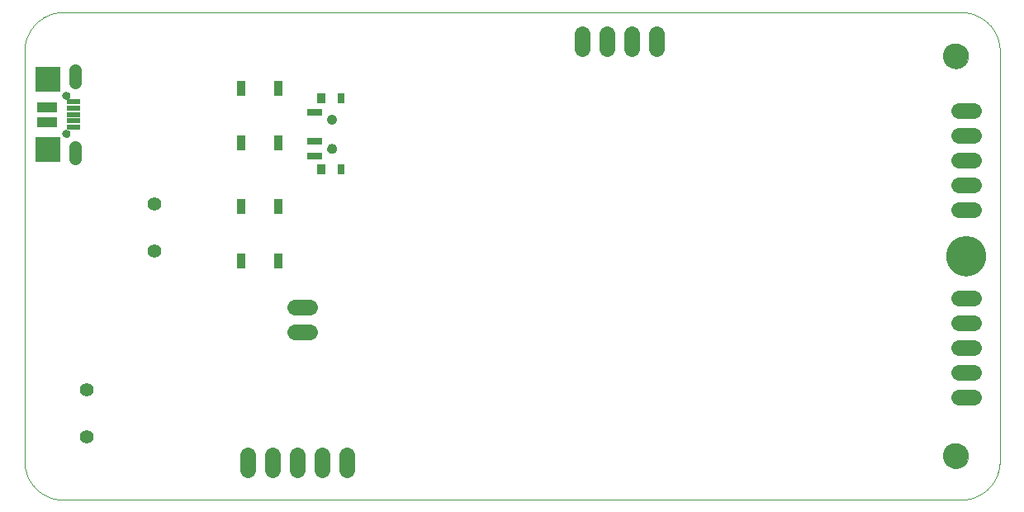
<source format=gbs>
G75*
%MOIN*%
%OFA0B0*%
%FSLAX25Y25*%
%IPPOS*%
%LPD*%
%AMOC8*
5,1,8,0,0,1.08239X$1,22.5*
%
%ADD10C,0.00000*%
%ADD11C,0.16148*%
%ADD12C,0.05600*%
%ADD13R,0.03400X0.06400*%
%ADD14C,0.06400*%
%ADD15C,0.10243*%
%ADD16R,0.06306X0.03156*%
%ADD17R,0.02762X0.04337*%
%ADD18R,0.03550X0.04337*%
%ADD19C,0.03943*%
%ADD20C,0.03156*%
%ADD21R,0.10243X0.10243*%
%ADD22C,0.05156*%
%ADD23R,0.08274X0.04337*%
%ADD24R,0.05709X0.01969*%
D10*
X0020048Y0004300D02*
X0382253Y0004300D01*
X0382634Y0004305D01*
X0383014Y0004318D01*
X0383394Y0004341D01*
X0383773Y0004374D01*
X0384151Y0004415D01*
X0384528Y0004465D01*
X0384904Y0004525D01*
X0385279Y0004593D01*
X0385651Y0004671D01*
X0386022Y0004758D01*
X0386390Y0004853D01*
X0386756Y0004958D01*
X0387119Y0005071D01*
X0387480Y0005193D01*
X0387837Y0005323D01*
X0388191Y0005463D01*
X0388542Y0005610D01*
X0388889Y0005767D01*
X0389232Y0005931D01*
X0389571Y0006104D01*
X0389906Y0006285D01*
X0390237Y0006474D01*
X0390562Y0006671D01*
X0390883Y0006875D01*
X0391199Y0007088D01*
X0391509Y0007308D01*
X0391815Y0007535D01*
X0392114Y0007770D01*
X0392408Y0008012D01*
X0392696Y0008260D01*
X0392978Y0008516D01*
X0393253Y0008779D01*
X0393522Y0009048D01*
X0393785Y0009323D01*
X0394041Y0009605D01*
X0394289Y0009893D01*
X0394531Y0010187D01*
X0394766Y0010486D01*
X0394993Y0010792D01*
X0395213Y0011102D01*
X0395426Y0011418D01*
X0395630Y0011739D01*
X0395827Y0012064D01*
X0396016Y0012395D01*
X0396197Y0012730D01*
X0396370Y0013069D01*
X0396534Y0013412D01*
X0396691Y0013759D01*
X0396838Y0014110D01*
X0396978Y0014464D01*
X0397108Y0014821D01*
X0397230Y0015182D01*
X0397343Y0015545D01*
X0397448Y0015911D01*
X0397543Y0016279D01*
X0397630Y0016650D01*
X0397708Y0017022D01*
X0397776Y0017397D01*
X0397836Y0017773D01*
X0397886Y0018150D01*
X0397927Y0018528D01*
X0397960Y0018907D01*
X0397983Y0019287D01*
X0397996Y0019667D01*
X0398001Y0020048D01*
X0398001Y0185402D01*
X0397996Y0185783D01*
X0397983Y0186163D01*
X0397960Y0186543D01*
X0397927Y0186922D01*
X0397886Y0187300D01*
X0397836Y0187677D01*
X0397776Y0188053D01*
X0397708Y0188428D01*
X0397630Y0188800D01*
X0397543Y0189171D01*
X0397448Y0189539D01*
X0397343Y0189905D01*
X0397230Y0190268D01*
X0397108Y0190629D01*
X0396978Y0190986D01*
X0396838Y0191340D01*
X0396691Y0191691D01*
X0396534Y0192038D01*
X0396370Y0192381D01*
X0396197Y0192720D01*
X0396016Y0193055D01*
X0395827Y0193386D01*
X0395630Y0193711D01*
X0395426Y0194032D01*
X0395213Y0194348D01*
X0394993Y0194658D01*
X0394766Y0194964D01*
X0394531Y0195263D01*
X0394289Y0195557D01*
X0394041Y0195845D01*
X0393785Y0196127D01*
X0393522Y0196402D01*
X0393253Y0196671D01*
X0392978Y0196934D01*
X0392696Y0197190D01*
X0392408Y0197438D01*
X0392114Y0197680D01*
X0391815Y0197915D01*
X0391509Y0198142D01*
X0391199Y0198362D01*
X0390883Y0198575D01*
X0390562Y0198779D01*
X0390237Y0198976D01*
X0389906Y0199165D01*
X0389571Y0199346D01*
X0389232Y0199519D01*
X0388889Y0199683D01*
X0388542Y0199840D01*
X0388191Y0199987D01*
X0387837Y0200127D01*
X0387480Y0200257D01*
X0387119Y0200379D01*
X0386756Y0200492D01*
X0386390Y0200597D01*
X0386022Y0200692D01*
X0385651Y0200779D01*
X0385279Y0200857D01*
X0384904Y0200925D01*
X0384528Y0200985D01*
X0384151Y0201035D01*
X0383773Y0201076D01*
X0383394Y0201109D01*
X0383014Y0201132D01*
X0382634Y0201145D01*
X0382253Y0201150D01*
X0020048Y0201150D01*
X0019662Y0201145D01*
X0019275Y0201131D01*
X0018890Y0201107D01*
X0018504Y0201074D01*
X0018120Y0201032D01*
X0017737Y0200980D01*
X0017356Y0200918D01*
X0016976Y0200847D01*
X0016598Y0200767D01*
X0016222Y0200678D01*
X0015848Y0200580D01*
X0015477Y0200472D01*
X0015108Y0200355D01*
X0014743Y0200229D01*
X0014380Y0200095D01*
X0014022Y0199951D01*
X0013666Y0199799D01*
X0013315Y0199638D01*
X0012968Y0199468D01*
X0012624Y0199290D01*
X0012286Y0199104D01*
X0011952Y0198910D01*
X0011623Y0198707D01*
X0011299Y0198496D01*
X0010980Y0198277D01*
X0010667Y0198051D01*
X0010359Y0197817D01*
X0010058Y0197575D01*
X0009762Y0197327D01*
X0009472Y0197070D01*
X0009189Y0196807D01*
X0008912Y0196538D01*
X0008643Y0196261D01*
X0008380Y0195978D01*
X0008123Y0195688D01*
X0007875Y0195392D01*
X0007633Y0195091D01*
X0007399Y0194783D01*
X0007173Y0194470D01*
X0006954Y0194151D01*
X0006743Y0193827D01*
X0006540Y0193498D01*
X0006346Y0193164D01*
X0006160Y0192826D01*
X0005982Y0192482D01*
X0005812Y0192135D01*
X0005651Y0191784D01*
X0005499Y0191428D01*
X0005355Y0191070D01*
X0005221Y0190707D01*
X0005095Y0190342D01*
X0004978Y0189973D01*
X0004870Y0189602D01*
X0004772Y0189228D01*
X0004683Y0188852D01*
X0004603Y0188474D01*
X0004532Y0188094D01*
X0004470Y0187713D01*
X0004418Y0187330D01*
X0004376Y0186946D01*
X0004343Y0186560D01*
X0004319Y0186175D01*
X0004305Y0185788D01*
X0004300Y0185402D01*
X0004300Y0020048D01*
X0004305Y0019667D01*
X0004318Y0019287D01*
X0004341Y0018907D01*
X0004374Y0018528D01*
X0004415Y0018150D01*
X0004465Y0017773D01*
X0004525Y0017397D01*
X0004593Y0017022D01*
X0004671Y0016650D01*
X0004758Y0016279D01*
X0004853Y0015911D01*
X0004958Y0015545D01*
X0005071Y0015182D01*
X0005193Y0014821D01*
X0005323Y0014464D01*
X0005463Y0014110D01*
X0005610Y0013759D01*
X0005767Y0013412D01*
X0005931Y0013069D01*
X0006104Y0012730D01*
X0006285Y0012395D01*
X0006474Y0012064D01*
X0006671Y0011739D01*
X0006875Y0011418D01*
X0007088Y0011102D01*
X0007308Y0010792D01*
X0007535Y0010486D01*
X0007770Y0010187D01*
X0008012Y0009893D01*
X0008260Y0009605D01*
X0008516Y0009323D01*
X0008779Y0009048D01*
X0009048Y0008779D01*
X0009323Y0008516D01*
X0009605Y0008260D01*
X0009893Y0008012D01*
X0010187Y0007770D01*
X0010486Y0007535D01*
X0010792Y0007308D01*
X0011102Y0007088D01*
X0011418Y0006875D01*
X0011739Y0006671D01*
X0012064Y0006474D01*
X0012395Y0006285D01*
X0012730Y0006104D01*
X0013069Y0005931D01*
X0013412Y0005767D01*
X0013759Y0005610D01*
X0014110Y0005463D01*
X0014464Y0005323D01*
X0014821Y0005193D01*
X0015182Y0005071D01*
X0015545Y0004958D01*
X0015911Y0004853D01*
X0016279Y0004758D01*
X0016650Y0004671D01*
X0017022Y0004593D01*
X0017397Y0004525D01*
X0017773Y0004465D01*
X0018150Y0004415D01*
X0018528Y0004374D01*
X0018907Y0004341D01*
X0019287Y0004318D01*
X0019667Y0004305D01*
X0020048Y0004300D01*
X0014930Y0144457D02*
X0012568Y0144457D01*
X0012502Y0144465D01*
X0012438Y0144477D01*
X0012374Y0144493D01*
X0012311Y0144512D01*
X0012250Y0144536D01*
X0012190Y0144563D01*
X0012132Y0144593D01*
X0012076Y0144627D01*
X0012022Y0144664D01*
X0011970Y0144705D01*
X0011921Y0144749D01*
X0011874Y0144795D01*
X0011831Y0144844D01*
X0011790Y0144896D01*
X0011753Y0144950D01*
X0011719Y0145006D01*
X0011689Y0145064D01*
X0011662Y0145124D01*
X0011638Y0145185D01*
X0011619Y0145248D01*
X0011603Y0145312D01*
X0011591Y0145376D01*
X0011583Y0145442D01*
X0011579Y0145507D01*
X0011579Y0145573D01*
X0011583Y0145638D01*
X0011583Y0145639D02*
X0011579Y0145704D01*
X0011579Y0145770D01*
X0011583Y0145835D01*
X0011591Y0145901D01*
X0011603Y0145965D01*
X0011619Y0146029D01*
X0011638Y0146092D01*
X0011662Y0146153D01*
X0011689Y0146213D01*
X0011719Y0146271D01*
X0011753Y0146327D01*
X0011790Y0146381D01*
X0011831Y0146433D01*
X0011874Y0146482D01*
X0011921Y0146528D01*
X0011970Y0146572D01*
X0012022Y0146613D01*
X0012076Y0146650D01*
X0012132Y0146684D01*
X0012190Y0146714D01*
X0012250Y0146741D01*
X0012311Y0146765D01*
X0012374Y0146784D01*
X0012438Y0146800D01*
X0012502Y0146812D01*
X0012568Y0146820D01*
X0014930Y0146820D01*
X0014929Y0146820D02*
X0014992Y0146812D01*
X0015054Y0146801D01*
X0015116Y0146786D01*
X0015176Y0146768D01*
X0015236Y0146746D01*
X0015294Y0146721D01*
X0015350Y0146692D01*
X0015405Y0146660D01*
X0015457Y0146625D01*
X0015508Y0146587D01*
X0015556Y0146547D01*
X0015602Y0146503D01*
X0015645Y0146457D01*
X0015686Y0146408D01*
X0015724Y0146357D01*
X0015758Y0146305D01*
X0015790Y0146250D01*
X0015818Y0146193D01*
X0015843Y0146135D01*
X0015864Y0146075D01*
X0015882Y0146015D01*
X0015896Y0145953D01*
X0015907Y0145891D01*
X0015914Y0145828D01*
X0015918Y0145765D01*
X0015917Y0145702D01*
X0015914Y0145639D01*
X0015914Y0145638D02*
X0015917Y0145575D01*
X0015918Y0145512D01*
X0015914Y0145449D01*
X0015907Y0145386D01*
X0015896Y0145324D01*
X0015882Y0145262D01*
X0015864Y0145202D01*
X0015843Y0145142D01*
X0015818Y0145084D01*
X0015790Y0145027D01*
X0015758Y0144972D01*
X0015724Y0144920D01*
X0015686Y0144869D01*
X0015645Y0144820D01*
X0015602Y0144774D01*
X0015556Y0144730D01*
X0015508Y0144690D01*
X0015457Y0144652D01*
X0015405Y0144617D01*
X0015350Y0144585D01*
X0015294Y0144556D01*
X0015236Y0144531D01*
X0015176Y0144509D01*
X0015116Y0144491D01*
X0015054Y0144476D01*
X0014992Y0144465D01*
X0014929Y0144457D01*
X0019851Y0152135D02*
X0019853Y0152209D01*
X0019859Y0152283D01*
X0019869Y0152356D01*
X0019883Y0152429D01*
X0019900Y0152501D01*
X0019922Y0152571D01*
X0019947Y0152641D01*
X0019976Y0152709D01*
X0020009Y0152775D01*
X0020045Y0152840D01*
X0020085Y0152902D01*
X0020127Y0152963D01*
X0020173Y0153021D01*
X0020222Y0153076D01*
X0020274Y0153129D01*
X0020329Y0153179D01*
X0020386Y0153225D01*
X0020446Y0153269D01*
X0020508Y0153309D01*
X0020572Y0153346D01*
X0020638Y0153380D01*
X0020706Y0153410D01*
X0020775Y0153436D01*
X0020846Y0153459D01*
X0020917Y0153477D01*
X0020990Y0153492D01*
X0021063Y0153503D01*
X0021137Y0153510D01*
X0021211Y0153513D01*
X0021284Y0153512D01*
X0021358Y0153507D01*
X0021432Y0153498D01*
X0021505Y0153485D01*
X0021577Y0153468D01*
X0021648Y0153448D01*
X0021718Y0153423D01*
X0021786Y0153395D01*
X0021853Y0153364D01*
X0021918Y0153328D01*
X0021981Y0153290D01*
X0022042Y0153248D01*
X0022101Y0153202D01*
X0022157Y0153154D01*
X0022210Y0153103D01*
X0022260Y0153049D01*
X0022308Y0152992D01*
X0022352Y0152933D01*
X0022394Y0152871D01*
X0022432Y0152808D01*
X0022466Y0152742D01*
X0022497Y0152675D01*
X0022524Y0152606D01*
X0022547Y0152536D01*
X0022567Y0152465D01*
X0022583Y0152392D01*
X0022595Y0152319D01*
X0022603Y0152246D01*
X0022607Y0152172D01*
X0022607Y0152098D01*
X0022603Y0152024D01*
X0022595Y0151951D01*
X0022583Y0151878D01*
X0022567Y0151805D01*
X0022547Y0151734D01*
X0022524Y0151664D01*
X0022497Y0151595D01*
X0022466Y0151528D01*
X0022432Y0151462D01*
X0022394Y0151399D01*
X0022352Y0151337D01*
X0022308Y0151278D01*
X0022260Y0151221D01*
X0022210Y0151167D01*
X0022157Y0151116D01*
X0022101Y0151068D01*
X0022042Y0151022D01*
X0021981Y0150980D01*
X0021918Y0150942D01*
X0021853Y0150906D01*
X0021786Y0150875D01*
X0021718Y0150847D01*
X0021648Y0150822D01*
X0021577Y0150802D01*
X0021505Y0150785D01*
X0021432Y0150772D01*
X0021358Y0150763D01*
X0021284Y0150758D01*
X0021211Y0150757D01*
X0021137Y0150760D01*
X0021063Y0150767D01*
X0020990Y0150778D01*
X0020917Y0150793D01*
X0020846Y0150811D01*
X0020775Y0150834D01*
X0020706Y0150860D01*
X0020638Y0150890D01*
X0020572Y0150924D01*
X0020508Y0150961D01*
X0020446Y0151001D01*
X0020386Y0151045D01*
X0020329Y0151091D01*
X0020274Y0151141D01*
X0020222Y0151194D01*
X0020173Y0151249D01*
X0020127Y0151307D01*
X0020085Y0151368D01*
X0020045Y0151430D01*
X0020009Y0151495D01*
X0019976Y0151561D01*
X0019947Y0151629D01*
X0019922Y0151699D01*
X0019900Y0151769D01*
X0019883Y0151841D01*
X0019869Y0151914D01*
X0019859Y0151987D01*
X0019853Y0152061D01*
X0019851Y0152135D01*
X0019851Y0167489D02*
X0019853Y0167563D01*
X0019859Y0167637D01*
X0019869Y0167710D01*
X0019883Y0167783D01*
X0019900Y0167855D01*
X0019922Y0167925D01*
X0019947Y0167995D01*
X0019976Y0168063D01*
X0020009Y0168129D01*
X0020045Y0168194D01*
X0020085Y0168256D01*
X0020127Y0168317D01*
X0020173Y0168375D01*
X0020222Y0168430D01*
X0020274Y0168483D01*
X0020329Y0168533D01*
X0020386Y0168579D01*
X0020446Y0168623D01*
X0020508Y0168663D01*
X0020572Y0168700D01*
X0020638Y0168734D01*
X0020706Y0168764D01*
X0020775Y0168790D01*
X0020846Y0168813D01*
X0020917Y0168831D01*
X0020990Y0168846D01*
X0021063Y0168857D01*
X0021137Y0168864D01*
X0021211Y0168867D01*
X0021284Y0168866D01*
X0021358Y0168861D01*
X0021432Y0168852D01*
X0021505Y0168839D01*
X0021577Y0168822D01*
X0021648Y0168802D01*
X0021718Y0168777D01*
X0021786Y0168749D01*
X0021853Y0168718D01*
X0021918Y0168682D01*
X0021981Y0168644D01*
X0022042Y0168602D01*
X0022101Y0168556D01*
X0022157Y0168508D01*
X0022210Y0168457D01*
X0022260Y0168403D01*
X0022308Y0168346D01*
X0022352Y0168287D01*
X0022394Y0168225D01*
X0022432Y0168162D01*
X0022466Y0168096D01*
X0022497Y0168029D01*
X0022524Y0167960D01*
X0022547Y0167890D01*
X0022567Y0167819D01*
X0022583Y0167746D01*
X0022595Y0167673D01*
X0022603Y0167600D01*
X0022607Y0167526D01*
X0022607Y0167452D01*
X0022603Y0167378D01*
X0022595Y0167305D01*
X0022583Y0167232D01*
X0022567Y0167159D01*
X0022547Y0167088D01*
X0022524Y0167018D01*
X0022497Y0166949D01*
X0022466Y0166882D01*
X0022432Y0166816D01*
X0022394Y0166753D01*
X0022352Y0166691D01*
X0022308Y0166632D01*
X0022260Y0166575D01*
X0022210Y0166521D01*
X0022157Y0166470D01*
X0022101Y0166422D01*
X0022042Y0166376D01*
X0021981Y0166334D01*
X0021918Y0166296D01*
X0021853Y0166260D01*
X0021786Y0166229D01*
X0021718Y0166201D01*
X0021648Y0166176D01*
X0021577Y0166156D01*
X0021505Y0166139D01*
X0021432Y0166126D01*
X0021358Y0166117D01*
X0021284Y0166112D01*
X0021211Y0166111D01*
X0021137Y0166114D01*
X0021063Y0166121D01*
X0020990Y0166132D01*
X0020917Y0166147D01*
X0020846Y0166165D01*
X0020775Y0166188D01*
X0020706Y0166214D01*
X0020638Y0166244D01*
X0020572Y0166278D01*
X0020508Y0166315D01*
X0020446Y0166355D01*
X0020386Y0166399D01*
X0020329Y0166445D01*
X0020274Y0166495D01*
X0020222Y0166548D01*
X0020173Y0166603D01*
X0020127Y0166661D01*
X0020085Y0166722D01*
X0020045Y0166784D01*
X0020009Y0166849D01*
X0019976Y0166915D01*
X0019947Y0166983D01*
X0019922Y0167053D01*
X0019900Y0167123D01*
X0019883Y0167195D01*
X0019869Y0167268D01*
X0019859Y0167341D01*
X0019853Y0167415D01*
X0019851Y0167489D01*
X0014930Y0172804D02*
X0012568Y0172804D01*
X0012502Y0172812D01*
X0012438Y0172824D01*
X0012374Y0172840D01*
X0012311Y0172859D01*
X0012250Y0172883D01*
X0012190Y0172910D01*
X0012132Y0172940D01*
X0012076Y0172974D01*
X0012022Y0173011D01*
X0011970Y0173052D01*
X0011921Y0173096D01*
X0011874Y0173142D01*
X0011831Y0173191D01*
X0011790Y0173243D01*
X0011753Y0173297D01*
X0011719Y0173353D01*
X0011689Y0173411D01*
X0011662Y0173471D01*
X0011638Y0173532D01*
X0011619Y0173595D01*
X0011603Y0173659D01*
X0011591Y0173723D01*
X0011583Y0173789D01*
X0011579Y0173854D01*
X0011579Y0173920D01*
X0011583Y0173985D01*
X0011579Y0174050D01*
X0011579Y0174116D01*
X0011583Y0174181D01*
X0011591Y0174247D01*
X0011603Y0174311D01*
X0011619Y0174375D01*
X0011638Y0174438D01*
X0011662Y0174499D01*
X0011689Y0174559D01*
X0011719Y0174617D01*
X0011753Y0174673D01*
X0011790Y0174727D01*
X0011831Y0174779D01*
X0011874Y0174828D01*
X0011921Y0174874D01*
X0011970Y0174918D01*
X0012022Y0174959D01*
X0012076Y0174996D01*
X0012132Y0175030D01*
X0012190Y0175060D01*
X0012250Y0175087D01*
X0012311Y0175111D01*
X0012374Y0175130D01*
X0012438Y0175146D01*
X0012502Y0175158D01*
X0012568Y0175166D01*
X0014930Y0175166D01*
X0014929Y0175166D02*
X0014992Y0175158D01*
X0015054Y0175147D01*
X0015116Y0175132D01*
X0015176Y0175114D01*
X0015236Y0175092D01*
X0015294Y0175067D01*
X0015350Y0175038D01*
X0015405Y0175006D01*
X0015457Y0174971D01*
X0015508Y0174933D01*
X0015556Y0174893D01*
X0015602Y0174849D01*
X0015645Y0174803D01*
X0015686Y0174754D01*
X0015724Y0174703D01*
X0015758Y0174651D01*
X0015790Y0174596D01*
X0015818Y0174539D01*
X0015843Y0174481D01*
X0015864Y0174421D01*
X0015882Y0174361D01*
X0015896Y0174299D01*
X0015907Y0174237D01*
X0015914Y0174174D01*
X0015918Y0174111D01*
X0015917Y0174048D01*
X0015914Y0173985D01*
X0015917Y0173922D01*
X0015918Y0173859D01*
X0015914Y0173796D01*
X0015907Y0173733D01*
X0015896Y0173671D01*
X0015882Y0173609D01*
X0015864Y0173549D01*
X0015843Y0173489D01*
X0015818Y0173431D01*
X0015790Y0173374D01*
X0015758Y0173319D01*
X0015724Y0173267D01*
X0015686Y0173216D01*
X0015645Y0173167D01*
X0015602Y0173121D01*
X0015556Y0173077D01*
X0015508Y0173037D01*
X0015457Y0172999D01*
X0015405Y0172964D01*
X0015350Y0172932D01*
X0015294Y0172903D01*
X0015236Y0172878D01*
X0015176Y0172856D01*
X0015116Y0172838D01*
X0015054Y0172823D01*
X0014992Y0172812D01*
X0014929Y0172804D01*
X0126544Y0157843D02*
X0126546Y0157927D01*
X0126552Y0158010D01*
X0126562Y0158093D01*
X0126576Y0158176D01*
X0126593Y0158258D01*
X0126615Y0158339D01*
X0126640Y0158418D01*
X0126669Y0158497D01*
X0126702Y0158574D01*
X0126738Y0158649D01*
X0126778Y0158723D01*
X0126821Y0158795D01*
X0126868Y0158864D01*
X0126918Y0158931D01*
X0126971Y0158996D01*
X0127027Y0159058D01*
X0127085Y0159118D01*
X0127147Y0159175D01*
X0127211Y0159228D01*
X0127278Y0159279D01*
X0127347Y0159326D01*
X0127418Y0159371D01*
X0127491Y0159411D01*
X0127566Y0159448D01*
X0127643Y0159482D01*
X0127721Y0159512D01*
X0127800Y0159538D01*
X0127881Y0159561D01*
X0127963Y0159579D01*
X0128045Y0159594D01*
X0128128Y0159605D01*
X0128211Y0159612D01*
X0128295Y0159615D01*
X0128379Y0159614D01*
X0128462Y0159609D01*
X0128546Y0159600D01*
X0128628Y0159587D01*
X0128710Y0159571D01*
X0128791Y0159550D01*
X0128872Y0159526D01*
X0128950Y0159498D01*
X0129028Y0159466D01*
X0129104Y0159430D01*
X0129178Y0159391D01*
X0129250Y0159349D01*
X0129320Y0159303D01*
X0129388Y0159254D01*
X0129453Y0159202D01*
X0129516Y0159147D01*
X0129576Y0159089D01*
X0129634Y0159028D01*
X0129688Y0158964D01*
X0129740Y0158898D01*
X0129788Y0158830D01*
X0129833Y0158759D01*
X0129874Y0158686D01*
X0129913Y0158612D01*
X0129947Y0158536D01*
X0129978Y0158458D01*
X0130005Y0158379D01*
X0130029Y0158298D01*
X0130048Y0158217D01*
X0130064Y0158135D01*
X0130076Y0158052D01*
X0130084Y0157968D01*
X0130088Y0157885D01*
X0130088Y0157801D01*
X0130084Y0157718D01*
X0130076Y0157634D01*
X0130064Y0157551D01*
X0130048Y0157469D01*
X0130029Y0157388D01*
X0130005Y0157307D01*
X0129978Y0157228D01*
X0129947Y0157150D01*
X0129913Y0157074D01*
X0129874Y0157000D01*
X0129833Y0156927D01*
X0129788Y0156856D01*
X0129740Y0156788D01*
X0129688Y0156722D01*
X0129634Y0156658D01*
X0129576Y0156597D01*
X0129516Y0156539D01*
X0129453Y0156484D01*
X0129388Y0156432D01*
X0129320Y0156383D01*
X0129250Y0156337D01*
X0129178Y0156295D01*
X0129104Y0156256D01*
X0129028Y0156220D01*
X0128950Y0156188D01*
X0128872Y0156160D01*
X0128791Y0156136D01*
X0128710Y0156115D01*
X0128628Y0156099D01*
X0128546Y0156086D01*
X0128462Y0156077D01*
X0128379Y0156072D01*
X0128295Y0156071D01*
X0128211Y0156074D01*
X0128128Y0156081D01*
X0128045Y0156092D01*
X0127963Y0156107D01*
X0127881Y0156125D01*
X0127800Y0156148D01*
X0127721Y0156174D01*
X0127643Y0156204D01*
X0127566Y0156238D01*
X0127491Y0156275D01*
X0127418Y0156315D01*
X0127347Y0156360D01*
X0127278Y0156407D01*
X0127211Y0156458D01*
X0127147Y0156511D01*
X0127085Y0156568D01*
X0127027Y0156628D01*
X0126971Y0156690D01*
X0126918Y0156755D01*
X0126868Y0156822D01*
X0126821Y0156891D01*
X0126778Y0156963D01*
X0126738Y0157037D01*
X0126702Y0157112D01*
X0126669Y0157189D01*
X0126640Y0157268D01*
X0126615Y0157347D01*
X0126593Y0157428D01*
X0126576Y0157510D01*
X0126562Y0157593D01*
X0126552Y0157676D01*
X0126546Y0157759D01*
X0126544Y0157843D01*
X0126544Y0146032D02*
X0126546Y0146116D01*
X0126552Y0146199D01*
X0126562Y0146282D01*
X0126576Y0146365D01*
X0126593Y0146447D01*
X0126615Y0146528D01*
X0126640Y0146607D01*
X0126669Y0146686D01*
X0126702Y0146763D01*
X0126738Y0146838D01*
X0126778Y0146912D01*
X0126821Y0146984D01*
X0126868Y0147053D01*
X0126918Y0147120D01*
X0126971Y0147185D01*
X0127027Y0147247D01*
X0127085Y0147307D01*
X0127147Y0147364D01*
X0127211Y0147417D01*
X0127278Y0147468D01*
X0127347Y0147515D01*
X0127418Y0147560D01*
X0127491Y0147600D01*
X0127566Y0147637D01*
X0127643Y0147671D01*
X0127721Y0147701D01*
X0127800Y0147727D01*
X0127881Y0147750D01*
X0127963Y0147768D01*
X0128045Y0147783D01*
X0128128Y0147794D01*
X0128211Y0147801D01*
X0128295Y0147804D01*
X0128379Y0147803D01*
X0128462Y0147798D01*
X0128546Y0147789D01*
X0128628Y0147776D01*
X0128710Y0147760D01*
X0128791Y0147739D01*
X0128872Y0147715D01*
X0128950Y0147687D01*
X0129028Y0147655D01*
X0129104Y0147619D01*
X0129178Y0147580D01*
X0129250Y0147538D01*
X0129320Y0147492D01*
X0129388Y0147443D01*
X0129453Y0147391D01*
X0129516Y0147336D01*
X0129576Y0147278D01*
X0129634Y0147217D01*
X0129688Y0147153D01*
X0129740Y0147087D01*
X0129788Y0147019D01*
X0129833Y0146948D01*
X0129874Y0146875D01*
X0129913Y0146801D01*
X0129947Y0146725D01*
X0129978Y0146647D01*
X0130005Y0146568D01*
X0130029Y0146487D01*
X0130048Y0146406D01*
X0130064Y0146324D01*
X0130076Y0146241D01*
X0130084Y0146157D01*
X0130088Y0146074D01*
X0130088Y0145990D01*
X0130084Y0145907D01*
X0130076Y0145823D01*
X0130064Y0145740D01*
X0130048Y0145658D01*
X0130029Y0145577D01*
X0130005Y0145496D01*
X0129978Y0145417D01*
X0129947Y0145339D01*
X0129913Y0145263D01*
X0129874Y0145189D01*
X0129833Y0145116D01*
X0129788Y0145045D01*
X0129740Y0144977D01*
X0129688Y0144911D01*
X0129634Y0144847D01*
X0129576Y0144786D01*
X0129516Y0144728D01*
X0129453Y0144673D01*
X0129388Y0144621D01*
X0129320Y0144572D01*
X0129250Y0144526D01*
X0129178Y0144484D01*
X0129104Y0144445D01*
X0129028Y0144409D01*
X0128950Y0144377D01*
X0128872Y0144349D01*
X0128791Y0144325D01*
X0128710Y0144304D01*
X0128628Y0144288D01*
X0128546Y0144275D01*
X0128462Y0144266D01*
X0128379Y0144261D01*
X0128295Y0144260D01*
X0128211Y0144263D01*
X0128128Y0144270D01*
X0128045Y0144281D01*
X0127963Y0144296D01*
X0127881Y0144314D01*
X0127800Y0144337D01*
X0127721Y0144363D01*
X0127643Y0144393D01*
X0127566Y0144427D01*
X0127491Y0144464D01*
X0127418Y0144504D01*
X0127347Y0144549D01*
X0127278Y0144596D01*
X0127211Y0144647D01*
X0127147Y0144700D01*
X0127085Y0144757D01*
X0127027Y0144817D01*
X0126971Y0144879D01*
X0126918Y0144944D01*
X0126868Y0145011D01*
X0126821Y0145080D01*
X0126778Y0145152D01*
X0126738Y0145226D01*
X0126702Y0145301D01*
X0126669Y0145378D01*
X0126640Y0145457D01*
X0126615Y0145536D01*
X0126593Y0145617D01*
X0126576Y0145699D01*
X0126562Y0145782D01*
X0126552Y0145865D01*
X0126546Y0145948D01*
X0126544Y0146032D01*
X0375363Y0183434D02*
X0375365Y0183574D01*
X0375371Y0183714D01*
X0375381Y0183853D01*
X0375395Y0183992D01*
X0375413Y0184131D01*
X0375434Y0184269D01*
X0375460Y0184407D01*
X0375490Y0184544D01*
X0375523Y0184679D01*
X0375561Y0184814D01*
X0375602Y0184948D01*
X0375647Y0185081D01*
X0375695Y0185212D01*
X0375748Y0185341D01*
X0375804Y0185470D01*
X0375863Y0185596D01*
X0375927Y0185721D01*
X0375993Y0185844D01*
X0376064Y0185965D01*
X0376137Y0186084D01*
X0376214Y0186201D01*
X0376295Y0186315D01*
X0376378Y0186427D01*
X0376465Y0186537D01*
X0376555Y0186645D01*
X0376647Y0186749D01*
X0376743Y0186851D01*
X0376842Y0186951D01*
X0376943Y0187047D01*
X0377047Y0187141D01*
X0377154Y0187231D01*
X0377263Y0187318D01*
X0377375Y0187403D01*
X0377489Y0187484D01*
X0377605Y0187562D01*
X0377723Y0187636D01*
X0377844Y0187707D01*
X0377966Y0187775D01*
X0378091Y0187839D01*
X0378217Y0187900D01*
X0378344Y0187957D01*
X0378474Y0188010D01*
X0378605Y0188060D01*
X0378737Y0188105D01*
X0378870Y0188148D01*
X0379005Y0188186D01*
X0379140Y0188220D01*
X0379277Y0188251D01*
X0379414Y0188278D01*
X0379552Y0188300D01*
X0379691Y0188319D01*
X0379830Y0188334D01*
X0379969Y0188345D01*
X0380109Y0188352D01*
X0380249Y0188355D01*
X0380389Y0188354D01*
X0380529Y0188349D01*
X0380668Y0188340D01*
X0380808Y0188327D01*
X0380947Y0188310D01*
X0381085Y0188289D01*
X0381223Y0188265D01*
X0381360Y0188236D01*
X0381496Y0188204D01*
X0381631Y0188167D01*
X0381765Y0188127D01*
X0381898Y0188083D01*
X0382029Y0188035D01*
X0382159Y0187984D01*
X0382288Y0187929D01*
X0382415Y0187870D01*
X0382540Y0187807D01*
X0382663Y0187742D01*
X0382785Y0187672D01*
X0382904Y0187599D01*
X0383022Y0187523D01*
X0383137Y0187444D01*
X0383250Y0187361D01*
X0383360Y0187275D01*
X0383468Y0187186D01*
X0383573Y0187094D01*
X0383676Y0186999D01*
X0383776Y0186901D01*
X0383873Y0186801D01*
X0383967Y0186697D01*
X0384059Y0186591D01*
X0384147Y0186483D01*
X0384232Y0186372D01*
X0384314Y0186258D01*
X0384393Y0186142D01*
X0384468Y0186025D01*
X0384540Y0185905D01*
X0384608Y0185783D01*
X0384673Y0185659D01*
X0384735Y0185533D01*
X0384793Y0185406D01*
X0384847Y0185277D01*
X0384898Y0185146D01*
X0384944Y0185014D01*
X0384987Y0184881D01*
X0385027Y0184747D01*
X0385062Y0184612D01*
X0385094Y0184475D01*
X0385121Y0184338D01*
X0385145Y0184200D01*
X0385165Y0184062D01*
X0385181Y0183923D01*
X0385193Y0183783D01*
X0385201Y0183644D01*
X0385205Y0183504D01*
X0385205Y0183364D01*
X0385201Y0183224D01*
X0385193Y0183085D01*
X0385181Y0182945D01*
X0385165Y0182806D01*
X0385145Y0182668D01*
X0385121Y0182530D01*
X0385094Y0182393D01*
X0385062Y0182256D01*
X0385027Y0182121D01*
X0384987Y0181987D01*
X0384944Y0181854D01*
X0384898Y0181722D01*
X0384847Y0181591D01*
X0384793Y0181462D01*
X0384735Y0181335D01*
X0384673Y0181209D01*
X0384608Y0181085D01*
X0384540Y0180963D01*
X0384468Y0180843D01*
X0384393Y0180726D01*
X0384314Y0180610D01*
X0384232Y0180496D01*
X0384147Y0180385D01*
X0384059Y0180277D01*
X0383967Y0180171D01*
X0383873Y0180067D01*
X0383776Y0179967D01*
X0383676Y0179869D01*
X0383573Y0179774D01*
X0383468Y0179682D01*
X0383360Y0179593D01*
X0383250Y0179507D01*
X0383137Y0179424D01*
X0383022Y0179345D01*
X0382904Y0179269D01*
X0382785Y0179196D01*
X0382663Y0179126D01*
X0382540Y0179061D01*
X0382415Y0178998D01*
X0382288Y0178939D01*
X0382159Y0178884D01*
X0382029Y0178833D01*
X0381898Y0178785D01*
X0381765Y0178741D01*
X0381631Y0178701D01*
X0381496Y0178664D01*
X0381360Y0178632D01*
X0381223Y0178603D01*
X0381085Y0178579D01*
X0380947Y0178558D01*
X0380808Y0178541D01*
X0380668Y0178528D01*
X0380529Y0178519D01*
X0380389Y0178514D01*
X0380249Y0178513D01*
X0380109Y0178516D01*
X0379969Y0178523D01*
X0379830Y0178534D01*
X0379691Y0178549D01*
X0379552Y0178568D01*
X0379414Y0178590D01*
X0379277Y0178617D01*
X0379140Y0178648D01*
X0379005Y0178682D01*
X0378870Y0178720D01*
X0378737Y0178763D01*
X0378605Y0178808D01*
X0378474Y0178858D01*
X0378344Y0178911D01*
X0378217Y0178968D01*
X0378091Y0179029D01*
X0377966Y0179093D01*
X0377844Y0179161D01*
X0377723Y0179232D01*
X0377605Y0179306D01*
X0377489Y0179384D01*
X0377375Y0179465D01*
X0377263Y0179550D01*
X0377154Y0179637D01*
X0377047Y0179727D01*
X0376943Y0179821D01*
X0376842Y0179917D01*
X0376743Y0180017D01*
X0376647Y0180119D01*
X0376555Y0180223D01*
X0376465Y0180331D01*
X0376378Y0180441D01*
X0376295Y0180553D01*
X0376214Y0180667D01*
X0376137Y0180784D01*
X0376064Y0180903D01*
X0375993Y0181024D01*
X0375927Y0181147D01*
X0375863Y0181272D01*
X0375804Y0181398D01*
X0375748Y0181527D01*
X0375695Y0181656D01*
X0375647Y0181787D01*
X0375602Y0181920D01*
X0375561Y0182054D01*
X0375523Y0182189D01*
X0375490Y0182324D01*
X0375460Y0182461D01*
X0375434Y0182599D01*
X0375413Y0182737D01*
X0375395Y0182876D01*
X0375381Y0183015D01*
X0375371Y0183154D01*
X0375365Y0183294D01*
X0375363Y0183434D01*
X0376426Y0102725D02*
X0376428Y0102918D01*
X0376435Y0103111D01*
X0376447Y0103304D01*
X0376464Y0103497D01*
X0376485Y0103689D01*
X0376511Y0103880D01*
X0376542Y0104071D01*
X0376577Y0104261D01*
X0376617Y0104450D01*
X0376662Y0104638D01*
X0376711Y0104825D01*
X0376765Y0105011D01*
X0376823Y0105195D01*
X0376886Y0105378D01*
X0376954Y0105559D01*
X0377025Y0105738D01*
X0377102Y0105916D01*
X0377182Y0106092D01*
X0377267Y0106265D01*
X0377356Y0106437D01*
X0377449Y0106606D01*
X0377546Y0106773D01*
X0377648Y0106938D01*
X0377753Y0107100D01*
X0377862Y0107259D01*
X0377976Y0107416D01*
X0378093Y0107569D01*
X0378213Y0107720D01*
X0378338Y0107868D01*
X0378466Y0108013D01*
X0378597Y0108154D01*
X0378732Y0108293D01*
X0378871Y0108428D01*
X0379012Y0108559D01*
X0379157Y0108687D01*
X0379305Y0108812D01*
X0379456Y0108932D01*
X0379609Y0109049D01*
X0379766Y0109163D01*
X0379925Y0109272D01*
X0380087Y0109377D01*
X0380252Y0109479D01*
X0380419Y0109576D01*
X0380588Y0109669D01*
X0380760Y0109758D01*
X0380933Y0109843D01*
X0381109Y0109923D01*
X0381287Y0110000D01*
X0381466Y0110071D01*
X0381647Y0110139D01*
X0381830Y0110202D01*
X0382014Y0110260D01*
X0382200Y0110314D01*
X0382387Y0110363D01*
X0382575Y0110408D01*
X0382764Y0110448D01*
X0382954Y0110483D01*
X0383145Y0110514D01*
X0383336Y0110540D01*
X0383528Y0110561D01*
X0383721Y0110578D01*
X0383914Y0110590D01*
X0384107Y0110597D01*
X0384300Y0110599D01*
X0384493Y0110597D01*
X0384686Y0110590D01*
X0384879Y0110578D01*
X0385072Y0110561D01*
X0385264Y0110540D01*
X0385455Y0110514D01*
X0385646Y0110483D01*
X0385836Y0110448D01*
X0386025Y0110408D01*
X0386213Y0110363D01*
X0386400Y0110314D01*
X0386586Y0110260D01*
X0386770Y0110202D01*
X0386953Y0110139D01*
X0387134Y0110071D01*
X0387313Y0110000D01*
X0387491Y0109923D01*
X0387667Y0109843D01*
X0387840Y0109758D01*
X0388012Y0109669D01*
X0388181Y0109576D01*
X0388348Y0109479D01*
X0388513Y0109377D01*
X0388675Y0109272D01*
X0388834Y0109163D01*
X0388991Y0109049D01*
X0389144Y0108932D01*
X0389295Y0108812D01*
X0389443Y0108687D01*
X0389588Y0108559D01*
X0389729Y0108428D01*
X0389868Y0108293D01*
X0390003Y0108154D01*
X0390134Y0108013D01*
X0390262Y0107868D01*
X0390387Y0107720D01*
X0390507Y0107569D01*
X0390624Y0107416D01*
X0390738Y0107259D01*
X0390847Y0107100D01*
X0390952Y0106938D01*
X0391054Y0106773D01*
X0391151Y0106606D01*
X0391244Y0106437D01*
X0391333Y0106265D01*
X0391418Y0106092D01*
X0391498Y0105916D01*
X0391575Y0105738D01*
X0391646Y0105559D01*
X0391714Y0105378D01*
X0391777Y0105195D01*
X0391835Y0105011D01*
X0391889Y0104825D01*
X0391938Y0104638D01*
X0391983Y0104450D01*
X0392023Y0104261D01*
X0392058Y0104071D01*
X0392089Y0103880D01*
X0392115Y0103689D01*
X0392136Y0103497D01*
X0392153Y0103304D01*
X0392165Y0103111D01*
X0392172Y0102918D01*
X0392174Y0102725D01*
X0392172Y0102532D01*
X0392165Y0102339D01*
X0392153Y0102146D01*
X0392136Y0101953D01*
X0392115Y0101761D01*
X0392089Y0101570D01*
X0392058Y0101379D01*
X0392023Y0101189D01*
X0391983Y0101000D01*
X0391938Y0100812D01*
X0391889Y0100625D01*
X0391835Y0100439D01*
X0391777Y0100255D01*
X0391714Y0100072D01*
X0391646Y0099891D01*
X0391575Y0099712D01*
X0391498Y0099534D01*
X0391418Y0099358D01*
X0391333Y0099185D01*
X0391244Y0099013D01*
X0391151Y0098844D01*
X0391054Y0098677D01*
X0390952Y0098512D01*
X0390847Y0098350D01*
X0390738Y0098191D01*
X0390624Y0098034D01*
X0390507Y0097881D01*
X0390387Y0097730D01*
X0390262Y0097582D01*
X0390134Y0097437D01*
X0390003Y0097296D01*
X0389868Y0097157D01*
X0389729Y0097022D01*
X0389588Y0096891D01*
X0389443Y0096763D01*
X0389295Y0096638D01*
X0389144Y0096518D01*
X0388991Y0096401D01*
X0388834Y0096287D01*
X0388675Y0096178D01*
X0388513Y0096073D01*
X0388348Y0095971D01*
X0388181Y0095874D01*
X0388012Y0095781D01*
X0387840Y0095692D01*
X0387667Y0095607D01*
X0387491Y0095527D01*
X0387313Y0095450D01*
X0387134Y0095379D01*
X0386953Y0095311D01*
X0386770Y0095248D01*
X0386586Y0095190D01*
X0386400Y0095136D01*
X0386213Y0095087D01*
X0386025Y0095042D01*
X0385836Y0095002D01*
X0385646Y0094967D01*
X0385455Y0094936D01*
X0385264Y0094910D01*
X0385072Y0094889D01*
X0384879Y0094872D01*
X0384686Y0094860D01*
X0384493Y0094853D01*
X0384300Y0094851D01*
X0384107Y0094853D01*
X0383914Y0094860D01*
X0383721Y0094872D01*
X0383528Y0094889D01*
X0383336Y0094910D01*
X0383145Y0094936D01*
X0382954Y0094967D01*
X0382764Y0095002D01*
X0382575Y0095042D01*
X0382387Y0095087D01*
X0382200Y0095136D01*
X0382014Y0095190D01*
X0381830Y0095248D01*
X0381647Y0095311D01*
X0381466Y0095379D01*
X0381287Y0095450D01*
X0381109Y0095527D01*
X0380933Y0095607D01*
X0380760Y0095692D01*
X0380588Y0095781D01*
X0380419Y0095874D01*
X0380252Y0095971D01*
X0380087Y0096073D01*
X0379925Y0096178D01*
X0379766Y0096287D01*
X0379609Y0096401D01*
X0379456Y0096518D01*
X0379305Y0096638D01*
X0379157Y0096763D01*
X0379012Y0096891D01*
X0378871Y0097022D01*
X0378732Y0097157D01*
X0378597Y0097296D01*
X0378466Y0097437D01*
X0378338Y0097582D01*
X0378213Y0097730D01*
X0378093Y0097881D01*
X0377976Y0098034D01*
X0377862Y0098191D01*
X0377753Y0098350D01*
X0377648Y0098512D01*
X0377546Y0098677D01*
X0377449Y0098844D01*
X0377356Y0099013D01*
X0377267Y0099185D01*
X0377182Y0099358D01*
X0377102Y0099534D01*
X0377025Y0099712D01*
X0376954Y0099891D01*
X0376886Y0100072D01*
X0376823Y0100255D01*
X0376765Y0100439D01*
X0376711Y0100625D01*
X0376662Y0100812D01*
X0376617Y0101000D01*
X0376577Y0101189D01*
X0376542Y0101379D01*
X0376511Y0101570D01*
X0376485Y0101761D01*
X0376464Y0101953D01*
X0376447Y0102146D01*
X0376435Y0102339D01*
X0376428Y0102532D01*
X0376426Y0102725D01*
X0375363Y0022017D02*
X0375365Y0022157D01*
X0375371Y0022297D01*
X0375381Y0022436D01*
X0375395Y0022575D01*
X0375413Y0022714D01*
X0375434Y0022852D01*
X0375460Y0022990D01*
X0375490Y0023127D01*
X0375523Y0023262D01*
X0375561Y0023397D01*
X0375602Y0023531D01*
X0375647Y0023664D01*
X0375695Y0023795D01*
X0375748Y0023924D01*
X0375804Y0024053D01*
X0375863Y0024179D01*
X0375927Y0024304D01*
X0375993Y0024427D01*
X0376064Y0024548D01*
X0376137Y0024667D01*
X0376214Y0024784D01*
X0376295Y0024898D01*
X0376378Y0025010D01*
X0376465Y0025120D01*
X0376555Y0025228D01*
X0376647Y0025332D01*
X0376743Y0025434D01*
X0376842Y0025534D01*
X0376943Y0025630D01*
X0377047Y0025724D01*
X0377154Y0025814D01*
X0377263Y0025901D01*
X0377375Y0025986D01*
X0377489Y0026067D01*
X0377605Y0026145D01*
X0377723Y0026219D01*
X0377844Y0026290D01*
X0377966Y0026358D01*
X0378091Y0026422D01*
X0378217Y0026483D01*
X0378344Y0026540D01*
X0378474Y0026593D01*
X0378605Y0026643D01*
X0378737Y0026688D01*
X0378870Y0026731D01*
X0379005Y0026769D01*
X0379140Y0026803D01*
X0379277Y0026834D01*
X0379414Y0026861D01*
X0379552Y0026883D01*
X0379691Y0026902D01*
X0379830Y0026917D01*
X0379969Y0026928D01*
X0380109Y0026935D01*
X0380249Y0026938D01*
X0380389Y0026937D01*
X0380529Y0026932D01*
X0380668Y0026923D01*
X0380808Y0026910D01*
X0380947Y0026893D01*
X0381085Y0026872D01*
X0381223Y0026848D01*
X0381360Y0026819D01*
X0381496Y0026787D01*
X0381631Y0026750D01*
X0381765Y0026710D01*
X0381898Y0026666D01*
X0382029Y0026618D01*
X0382159Y0026567D01*
X0382288Y0026512D01*
X0382415Y0026453D01*
X0382540Y0026390D01*
X0382663Y0026325D01*
X0382785Y0026255D01*
X0382904Y0026182D01*
X0383022Y0026106D01*
X0383137Y0026027D01*
X0383250Y0025944D01*
X0383360Y0025858D01*
X0383468Y0025769D01*
X0383573Y0025677D01*
X0383676Y0025582D01*
X0383776Y0025484D01*
X0383873Y0025384D01*
X0383967Y0025280D01*
X0384059Y0025174D01*
X0384147Y0025066D01*
X0384232Y0024955D01*
X0384314Y0024841D01*
X0384393Y0024725D01*
X0384468Y0024608D01*
X0384540Y0024488D01*
X0384608Y0024366D01*
X0384673Y0024242D01*
X0384735Y0024116D01*
X0384793Y0023989D01*
X0384847Y0023860D01*
X0384898Y0023729D01*
X0384944Y0023597D01*
X0384987Y0023464D01*
X0385027Y0023330D01*
X0385062Y0023195D01*
X0385094Y0023058D01*
X0385121Y0022921D01*
X0385145Y0022783D01*
X0385165Y0022645D01*
X0385181Y0022506D01*
X0385193Y0022366D01*
X0385201Y0022227D01*
X0385205Y0022087D01*
X0385205Y0021947D01*
X0385201Y0021807D01*
X0385193Y0021668D01*
X0385181Y0021528D01*
X0385165Y0021389D01*
X0385145Y0021251D01*
X0385121Y0021113D01*
X0385094Y0020976D01*
X0385062Y0020839D01*
X0385027Y0020704D01*
X0384987Y0020570D01*
X0384944Y0020437D01*
X0384898Y0020305D01*
X0384847Y0020174D01*
X0384793Y0020045D01*
X0384735Y0019918D01*
X0384673Y0019792D01*
X0384608Y0019668D01*
X0384540Y0019546D01*
X0384468Y0019426D01*
X0384393Y0019309D01*
X0384314Y0019193D01*
X0384232Y0019079D01*
X0384147Y0018968D01*
X0384059Y0018860D01*
X0383967Y0018754D01*
X0383873Y0018650D01*
X0383776Y0018550D01*
X0383676Y0018452D01*
X0383573Y0018357D01*
X0383468Y0018265D01*
X0383360Y0018176D01*
X0383250Y0018090D01*
X0383137Y0018007D01*
X0383022Y0017928D01*
X0382904Y0017852D01*
X0382785Y0017779D01*
X0382663Y0017709D01*
X0382540Y0017644D01*
X0382415Y0017581D01*
X0382288Y0017522D01*
X0382159Y0017467D01*
X0382029Y0017416D01*
X0381898Y0017368D01*
X0381765Y0017324D01*
X0381631Y0017284D01*
X0381496Y0017247D01*
X0381360Y0017215D01*
X0381223Y0017186D01*
X0381085Y0017162D01*
X0380947Y0017141D01*
X0380808Y0017124D01*
X0380668Y0017111D01*
X0380529Y0017102D01*
X0380389Y0017097D01*
X0380249Y0017096D01*
X0380109Y0017099D01*
X0379969Y0017106D01*
X0379830Y0017117D01*
X0379691Y0017132D01*
X0379552Y0017151D01*
X0379414Y0017173D01*
X0379277Y0017200D01*
X0379140Y0017231D01*
X0379005Y0017265D01*
X0378870Y0017303D01*
X0378737Y0017346D01*
X0378605Y0017391D01*
X0378474Y0017441D01*
X0378344Y0017494D01*
X0378217Y0017551D01*
X0378091Y0017612D01*
X0377966Y0017676D01*
X0377844Y0017744D01*
X0377723Y0017815D01*
X0377605Y0017889D01*
X0377489Y0017967D01*
X0377375Y0018048D01*
X0377263Y0018133D01*
X0377154Y0018220D01*
X0377047Y0018310D01*
X0376943Y0018404D01*
X0376842Y0018500D01*
X0376743Y0018600D01*
X0376647Y0018702D01*
X0376555Y0018806D01*
X0376465Y0018914D01*
X0376378Y0019024D01*
X0376295Y0019136D01*
X0376214Y0019250D01*
X0376137Y0019367D01*
X0376064Y0019486D01*
X0375993Y0019607D01*
X0375927Y0019730D01*
X0375863Y0019855D01*
X0375804Y0019981D01*
X0375748Y0020110D01*
X0375695Y0020239D01*
X0375647Y0020370D01*
X0375602Y0020503D01*
X0375561Y0020637D01*
X0375523Y0020772D01*
X0375490Y0020907D01*
X0375460Y0021044D01*
X0375434Y0021182D01*
X0375413Y0021320D01*
X0375395Y0021459D01*
X0375381Y0021598D01*
X0375371Y0021737D01*
X0375365Y0021877D01*
X0375363Y0022017D01*
D11*
X0384300Y0102725D03*
D12*
X0056800Y0104800D03*
X0056800Y0123800D03*
X0029300Y0048800D03*
X0029300Y0029800D03*
D13*
X0091800Y0100800D03*
X0106800Y0100800D03*
X0106800Y0122800D03*
X0091800Y0122800D03*
X0091800Y0148300D03*
X0106800Y0148300D03*
X0106800Y0170300D03*
X0091800Y0170300D03*
D14*
X0229300Y0186300D02*
X0229300Y0192300D01*
X0239300Y0192300D02*
X0239300Y0186300D01*
X0249300Y0186300D02*
X0249300Y0192300D01*
X0259300Y0192300D02*
X0259300Y0186300D01*
X0381615Y0161308D02*
X0387615Y0161308D01*
X0387615Y0151308D02*
X0381615Y0151308D01*
X0381615Y0141308D02*
X0387615Y0141308D01*
X0387615Y0131308D02*
X0381615Y0131308D01*
X0381615Y0121308D02*
X0387615Y0121308D01*
X0387615Y0085717D02*
X0381615Y0085717D01*
X0381615Y0075717D02*
X0387615Y0075717D01*
X0387615Y0065717D02*
X0381615Y0065717D01*
X0381615Y0055717D02*
X0387615Y0055717D01*
X0387615Y0045717D02*
X0381615Y0045717D01*
X0134300Y0022300D02*
X0134300Y0016300D01*
X0124300Y0016300D02*
X0124300Y0022300D01*
X0114300Y0022300D02*
X0114300Y0016300D01*
X0104300Y0016300D02*
X0104300Y0022300D01*
X0094300Y0022300D02*
X0094300Y0016300D01*
X0113505Y0072135D02*
X0119505Y0072135D01*
X0119505Y0082135D02*
X0113505Y0082135D01*
D15*
X0380284Y0022017D03*
X0380284Y0183434D03*
D16*
X0121426Y0160796D03*
X0121426Y0148985D03*
X0121426Y0143080D03*
D17*
X0132253Y0137568D03*
X0132253Y0166308D03*
D18*
X0123985Y0166308D03*
X0123985Y0137568D03*
D19*
X0128316Y0146032D03*
X0128316Y0157843D03*
D20*
X0021229Y0152135D03*
X0021229Y0167489D03*
D21*
X0013749Y0173985D03*
X0013749Y0145639D03*
D22*
X0024772Y0146820D02*
X0024772Y0142064D01*
X0024772Y0172804D02*
X0024772Y0177560D01*
D23*
X0013355Y0162765D03*
X0013355Y0156859D03*
D24*
X0024280Y0157253D03*
X0024280Y0159812D03*
X0024280Y0162371D03*
X0024280Y0164930D03*
X0024280Y0154694D03*
M02*

</source>
